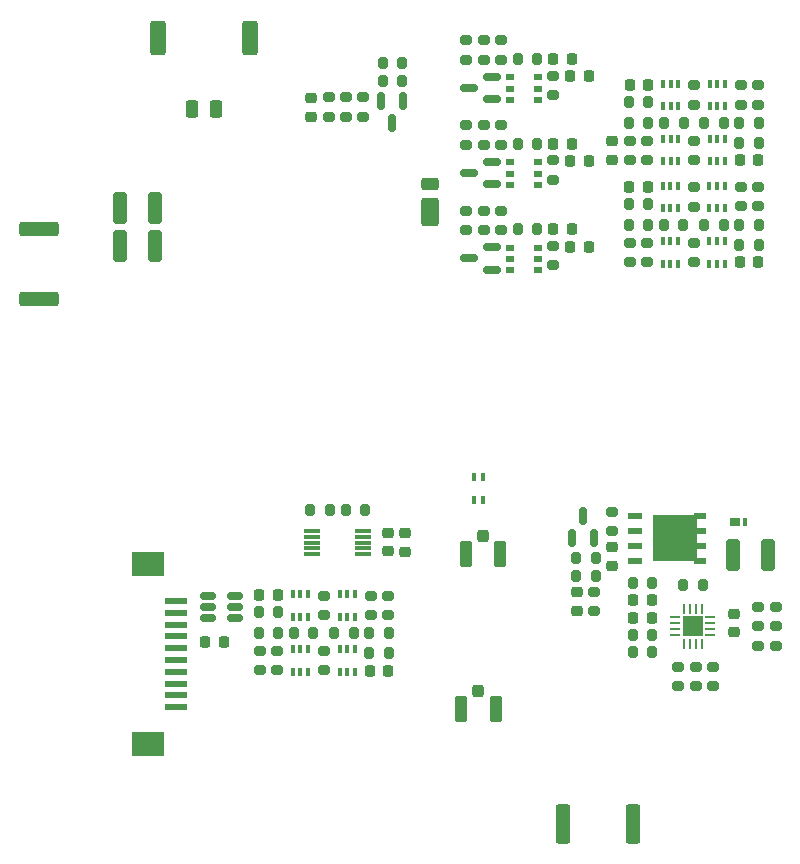
<source format=gbr>
%TF.GenerationSoftware,KiCad,Pcbnew,9.0.1*%
%TF.CreationDate,2025-06-25T17:25:53-04:00*%
%TF.ProjectId,-Z,2d5a2e6b-6963-4616-945f-706362585858,rev?*%
%TF.SameCoordinates,Original*%
%TF.FileFunction,Paste,Bot*%
%TF.FilePolarity,Positive*%
%FSLAX46Y46*%
G04 Gerber Fmt 4.6, Leading zero omitted, Abs format (unit mm)*
G04 Created by KiCad (PCBNEW 9.0.1) date 2025-06-25 17:25:53*
%MOMM*%
%LPD*%
G01*
G04 APERTURE LIST*
G04 Aperture macros list*
%AMRoundRect*
0 Rectangle with rounded corners*
0 $1 Rounding radius*
0 $2 $3 $4 $5 $6 $7 $8 $9 X,Y pos of 4 corners*
0 Add a 4 corners polygon primitive as box body*
4,1,4,$2,$3,$4,$5,$6,$7,$8,$9,$2,$3,0*
0 Add four circle primitives for the rounded corners*
1,1,$1+$1,$2,$3*
1,1,$1+$1,$4,$5*
1,1,$1+$1,$6,$7*
1,1,$1+$1,$8,$9*
0 Add four rect primitives between the rounded corners*
20,1,$1+$1,$2,$3,$4,$5,0*
20,1,$1+$1,$4,$5,$6,$7,0*
20,1,$1+$1,$6,$7,$8,$9,0*
20,1,$1+$1,$8,$9,$2,$3,0*%
G04 Aperture macros list end*
%ADD10RoundRect,0.225000X0.225000X0.250000X-0.225000X0.250000X-0.225000X-0.250000X0.225000X-0.250000X0*%
%ADD11RoundRect,0.200000X-0.275000X0.200000X-0.275000X-0.200000X0.275000X-0.200000X0.275000X0.200000X0*%
%ADD12R,0.700000X0.510000*%
%ADD13RoundRect,0.200000X0.275000X-0.200000X0.275000X0.200000X-0.275000X0.200000X-0.275000X-0.200000X0*%
%ADD14RoundRect,0.218750X-0.256250X0.218750X-0.256250X-0.218750X0.256250X-0.218750X0.256250X0.218750X0*%
%ADD15RoundRect,0.250000X-0.250000X0.275000X-0.250000X-0.275000X0.250000X-0.275000X0.250000X0.275000X0*%
%ADD16RoundRect,0.250000X-0.275000X0.850000X-0.275000X-0.850000X0.275000X-0.850000X0.275000X0.850000X0*%
%ADD17RoundRect,0.200000X0.200000X0.275000X-0.200000X0.275000X-0.200000X-0.275000X0.200000X-0.275000X0*%
%ADD18RoundRect,0.218750X-0.218750X-0.256250X0.218750X-0.256250X0.218750X0.256250X-0.218750X0.256250X0*%
%ADD19RoundRect,0.100000X0.100000X-0.225000X0.100000X0.225000X-0.100000X0.225000X-0.100000X-0.225000X0*%
%ADD20RoundRect,0.218750X0.218750X0.256250X-0.218750X0.256250X-0.218750X-0.256250X0.218750X-0.256250X0*%
%ADD21RoundRect,0.200000X-0.200000X-0.275000X0.200000X-0.275000X0.200000X0.275000X-0.200000X0.275000X0*%
%ADD22RoundRect,0.225000X0.250000X-0.225000X0.250000X0.225000X-0.250000X0.225000X-0.250000X-0.225000X0*%
%ADD23R,1.422400X0.304800*%
%ADD24RoundRect,0.100000X-0.100000X0.225000X-0.100000X-0.225000X0.100000X-0.225000X0.100000X0.225000X0*%
%ADD25RoundRect,0.250000X-0.300000X-0.475000X0.300000X-0.475000X0.300000X0.475000X-0.300000X0.475000X0*%
%ADD26RoundRect,0.250000X-0.425000X-1.200000X0.425000X-1.200000X0.425000X1.200000X-0.425000X1.200000X0*%
%ADD27RoundRect,0.218750X0.256250X-0.218750X0.256250X0.218750X-0.256250X0.218750X-0.256250X-0.218750X0*%
%ADD28RoundRect,0.150000X0.150000X-0.587500X0.150000X0.587500X-0.150000X0.587500X-0.150000X-0.587500X0*%
%ADD29RoundRect,0.225000X-0.225000X-0.250000X0.225000X-0.250000X0.225000X0.250000X-0.225000X0.250000X0*%
%ADD30RoundRect,0.225000X-0.250000X0.225000X-0.250000X-0.225000X0.250000X-0.225000X0.250000X0.225000X0*%
%ADD31R,1.900000X0.600000*%
%ADD32R,2.800000X2.100000*%
%ADD33RoundRect,0.250000X0.325000X1.100000X-0.325000X1.100000X-0.325000X-1.100000X0.325000X-1.100000X0*%
%ADD34RoundRect,0.250000X-1.425000X0.362500X-1.425000X-0.362500X1.425000X-0.362500X1.425000X0.362500X0*%
%ADD35RoundRect,0.250000X0.362500X1.425000X-0.362500X1.425000X-0.362500X-1.425000X0.362500X-1.425000X0*%
%ADD36RoundRect,0.150000X0.587500X0.150000X-0.587500X0.150000X-0.587500X-0.150000X0.587500X-0.150000X0*%
%ADD37R,1.270000X0.610000*%
%ADD38R,3.810000X3.910000*%
%ADD39R,1.020000X0.610000*%
%ADD40RoundRect,0.150000X-0.512500X-0.150000X0.512500X-0.150000X0.512500X0.150000X-0.512500X0.150000X0*%
%ADD41R,0.400000X0.750000*%
%ADD42RoundRect,0.250000X-0.325000X-1.100000X0.325000X-1.100000X0.325000X1.100000X-0.325000X1.100000X0*%
%ADD43RoundRect,0.150000X-0.150000X0.587500X-0.150000X-0.587500X0.150000X-0.587500X0.150000X0.587500X0*%
%ADD44RoundRect,0.075000X-0.390000X-0.275000X0.390000X-0.275000X0.390000X0.275000X-0.390000X0.275000X0*%
%ADD45RoundRect,0.075000X-0.075000X-0.275000X0.075000X-0.275000X0.075000X0.275000X-0.075000X0.275000X0*%
%ADD46R,0.254000X0.812800*%
%ADD47R,0.812800X0.254000*%
%ADD48R,1.752600X1.752600*%
%ADD49RoundRect,0.250000X-0.500000X0.950000X-0.500000X-0.950000X0.500000X-0.950000X0.500000X0.950000X0*%
%ADD50RoundRect,0.250000X-0.500000X0.275000X-0.500000X-0.275000X0.500000X-0.275000X0.500000X0.275000X0*%
G04 APERTURE END LIST*
D10*
%TO.C,C11*%
X147008600Y-117868399D03*
X145458600Y-117868399D03*
%TD*%
D11*
%TO.C,R68*%
X154894999Y-117907000D03*
X154894999Y-119557000D03*
%TD*%
D12*
%TO.C,Q11*%
X166700801Y-90358200D03*
X166700801Y-89408200D03*
X166700801Y-88458200D03*
X169020801Y-88458200D03*
X169020801Y-89408200D03*
X169020801Y-90358200D03*
%TD*%
D13*
%TO.C,R33*%
X162984001Y-86982000D03*
X162984001Y-85332000D03*
%TD*%
D14*
%TO.C,D6*%
X172339000Y-117625199D03*
X172339000Y-119200201D03*
%TD*%
D11*
%TO.C,R52*%
X187672802Y-83286800D03*
X187672802Y-84936800D03*
%TD*%
%TO.C,R25*%
X165930401Y-78092999D03*
X165930401Y-79742999D03*
%TD*%
D15*
%TO.C,J4*%
X164000001Y-125972599D03*
D16*
X165475001Y-127497599D03*
X162525001Y-127497599D03*
%TD*%
D17*
%TO.C,R75*%
X156416200Y-121068800D03*
X154766200Y-121068800D03*
%TD*%
D18*
%TO.C,F2*%
X170324500Y-72466400D03*
X171899502Y-72466400D03*
%TD*%
D19*
%TO.C,Q15*%
X180906000Y-85112600D03*
X180256000Y-85112599D03*
X179606000Y-85112600D03*
X179606000Y-83212600D03*
X180256000Y-83212601D03*
X180906000Y-83212600D03*
%TD*%
D17*
%TO.C,R51*%
X178735202Y-122707598D03*
X177085202Y-122707598D03*
%TD*%
D13*
%TO.C,R46*%
X189175400Y-122147802D03*
X189175400Y-120497802D03*
%TD*%
D11*
%TO.C,R66*%
X156353200Y-117906999D03*
X156353200Y-119556999D03*
%TD*%
D20*
%TO.C,D5*%
X173372701Y-88366800D03*
X171797699Y-88366800D03*
%TD*%
D13*
%TO.C,R20*%
X164457200Y-72554799D03*
X164457200Y-70904799D03*
%TD*%
D17*
%TO.C,R64*%
X151413800Y-110667999D03*
X149763800Y-110667999D03*
%TD*%
D13*
%TO.C,R47*%
X187702199Y-120497801D03*
X187702199Y-118847801D03*
%TD*%
D21*
%TO.C,R7*%
X176753601Y-76134200D03*
X178403601Y-76134200D03*
%TD*%
%TO.C,R6*%
X176753600Y-77861399D03*
X178403600Y-77861399D03*
%TD*%
D22*
%TO.C,C10*%
X156329201Y-114160800D03*
X156329201Y-112610800D03*
%TD*%
D23*
%TO.C,U4*%
X149941101Y-114411201D03*
X149941101Y-113911199D03*
X149941101Y-113411200D03*
X149941101Y-112911201D03*
X149941101Y-112411199D03*
X154233701Y-112411199D03*
X154233701Y-112911201D03*
X154233701Y-113411200D03*
X154233701Y-113911199D03*
X154233701Y-114411201D03*
%TD*%
D24*
%TO.C,Q21*%
X152248800Y-122455599D03*
X152898800Y-122455600D03*
X153548800Y-122455599D03*
X153548800Y-124355599D03*
X152898800Y-124355598D03*
X152248800Y-124355599D03*
%TD*%
D25*
%TO.C,J2*%
X139780800Y-76675398D03*
X141780800Y-76675398D03*
D26*
X136885800Y-70680399D03*
X144675800Y-70680399D03*
%TD*%
D12*
%TO.C,Q9*%
X166700801Y-83119200D03*
X166700801Y-82169200D03*
X166700801Y-81219200D03*
X169020801Y-81219200D03*
X169020801Y-82169200D03*
X169020801Y-83119200D03*
%TD*%
D13*
%TO.C,R15*%
X152798600Y-77380800D03*
X152798600Y-75730800D03*
%TD*%
%TO.C,R60*%
X178274801Y-89661200D03*
X178274801Y-88011200D03*
%TD*%
D27*
%TO.C,F1*%
X175353801Y-80985700D03*
X175353801Y-79410698D03*
%TD*%
D13*
%TO.C,R27*%
X162984001Y-79743000D03*
X162984001Y-78093000D03*
%TD*%
D28*
%TO.C,Q12*%
X173828701Y-113025600D03*
X171928701Y-113025600D03*
X172878701Y-111150600D03*
%TD*%
D20*
%TO.C,D3*%
X173347301Y-73939599D03*
X171772299Y-73939599D03*
%TD*%
D27*
%TO.C,D2*%
X149852200Y-77343300D03*
X149852200Y-75768298D03*
%TD*%
D11*
%TO.C,R37*%
X173812200Y-117589800D03*
X173812200Y-119239800D03*
%TD*%
D13*
%TO.C,R21*%
X162984001Y-72554800D03*
X162984001Y-70904800D03*
%TD*%
D10*
%TO.C,C2*%
X178353600Y-74661000D03*
X176803600Y-74661000D03*
%TD*%
D11*
%TO.C,R19*%
X165930401Y-70904799D03*
X165930401Y-72554799D03*
%TD*%
D27*
%TO.C,F6*%
X157802401Y-114173300D03*
X157802401Y-112598298D03*
%TD*%
D21*
%TO.C,R38*%
X172276000Y-116202900D03*
X173926000Y-116202900D03*
%TD*%
D19*
%TO.C,Q20*%
X149586399Y-124355599D03*
X148936399Y-124355598D03*
X148286399Y-124355599D03*
X148286399Y-122455599D03*
X148936399Y-122455600D03*
X149586399Y-122455599D03*
%TD*%
D18*
%TO.C,F4*%
X170324500Y-86893600D03*
X171899502Y-86893600D03*
%TD*%
D10*
%TO.C,C9*%
X178685199Y-119761200D03*
X177135199Y-119761200D03*
%TD*%
D29*
%TO.C,C7*%
X186135800Y-89699799D03*
X187685800Y-89699799D03*
%TD*%
D17*
%TO.C,R4*%
X181375400Y-77861399D03*
X179725400Y-77861399D03*
%TD*%
%TO.C,R18*%
X157535201Y-72847400D03*
X155885201Y-72847400D03*
%TD*%
D21*
%TO.C,R73*%
X151794400Y-121068799D03*
X153444400Y-121068799D03*
%TD*%
D17*
%TO.C,R67*%
X150040799Y-121068800D03*
X148390799Y-121068800D03*
%TD*%
D15*
%TO.C,J3*%
X164400001Y-112866200D03*
D16*
X165875001Y-114391200D03*
X162925001Y-114391200D03*
%TD*%
D19*
%TO.C,Q3*%
X180921001Y-81148200D03*
X180271001Y-81148199D03*
X179621001Y-81148200D03*
X179621001Y-79248200D03*
X180271001Y-79248201D03*
X180921001Y-79248200D03*
%TD*%
D30*
%TO.C,C5*%
X185670201Y-119468799D03*
X185670201Y-121018799D03*
%TD*%
D31*
%TO.C,J1*%
X138398801Y-127359990D03*
X138398801Y-126359990D03*
X138398801Y-125359990D03*
X138398801Y-124359990D03*
X138398801Y-123359991D03*
X138398801Y-122359991D03*
X138398801Y-121359990D03*
X138398801Y-120359990D03*
X138398801Y-119359990D03*
X138398801Y-118359990D03*
D32*
X136048801Y-130509990D03*
X136048801Y-115210010D03*
%TD*%
D18*
%TO.C,F3*%
X170324500Y-79654600D03*
X171899502Y-79654600D03*
%TD*%
D17*
%TO.C,R76*%
X156416199Y-122795999D03*
X154766199Y-122795999D03*
%TD*%
D21*
%TO.C,R28*%
X167315201Y-79654600D03*
X168965201Y-79654600D03*
%TD*%
%TO.C,R41*%
X181340000Y-116992601D03*
X182990000Y-116992601D03*
%TD*%
D13*
%TO.C,R71*%
X150917599Y-119556999D03*
X150917599Y-117906999D03*
%TD*%
D21*
%TO.C,R17*%
X155885201Y-74320600D03*
X157535201Y-74320600D03*
%TD*%
D19*
%TO.C,Q19*%
X149586399Y-119681999D03*
X148936399Y-119681998D03*
X148286399Y-119681999D03*
X148286399Y-117781999D03*
X148936399Y-117782000D03*
X149586399Y-117781999D03*
%TD*%
D10*
%TO.C,C6*%
X178338600Y-83299000D03*
X176788600Y-83299000D03*
%TD*%
D11*
%TO.C,R5*%
X186214600Y-74699599D03*
X186214600Y-76349599D03*
%TD*%
D33*
%TO.C,C14*%
X136646001Y-85115600D03*
X133695999Y-85115600D03*
%TD*%
D10*
%TO.C,C8*%
X178685202Y-118288003D03*
X177135202Y-118288003D03*
%TD*%
D21*
%TO.C,R65*%
X152761001Y-110668000D03*
X154411001Y-110668000D03*
%TD*%
D34*
%TO.C,R30*%
X126789000Y-86877500D03*
X126789000Y-92802500D03*
%TD*%
D11*
%TO.C,R3*%
X187687802Y-74699599D03*
X187687802Y-76349599D03*
%TD*%
D21*
%TO.C,R56*%
X176738600Y-84772199D03*
X178388600Y-84772199D03*
%TD*%
D13*
%TO.C,R9*%
X176816600Y-81023200D03*
X176816600Y-79373200D03*
%TD*%
D24*
%TO.C,Q1*%
X183583400Y-74574599D03*
X184233400Y-74574600D03*
X184883400Y-74574599D03*
X184883400Y-76474599D03*
X184233400Y-76474598D03*
X183583400Y-76474599D03*
%TD*%
D13*
%TO.C,R11*%
X178289801Y-81023200D03*
X178289801Y-79373200D03*
%TD*%
D17*
%TO.C,R13*%
X187750801Y-79603799D03*
X186100801Y-79603799D03*
%TD*%
D12*
%TO.C,Q7*%
X166700801Y-75931000D03*
X166700801Y-74981000D03*
X166700801Y-74031000D03*
X169020801Y-74031000D03*
X169020801Y-74981000D03*
X169020801Y-75931000D03*
%TD*%
D20*
%TO.C,D4*%
X173347301Y-81127799D03*
X171772299Y-81127799D03*
%TD*%
D24*
%TO.C,Q18*%
X152248800Y-117781999D03*
X152898800Y-117782000D03*
X153548800Y-117781999D03*
X153548800Y-119681999D03*
X152898800Y-119681998D03*
X152248800Y-119681999D03*
%TD*%
D35*
%TO.C,R24*%
X177122501Y-137211000D03*
X171197501Y-137211000D03*
%TD*%
D13*
%TO.C,R8*%
X182252200Y-76349599D03*
X182252200Y-74699599D03*
%TD*%
D11*
%TO.C,R31*%
X165930401Y-85331999D03*
X165930401Y-86981999D03*
%TD*%
D24*
%TO.C,Q17*%
X183568400Y-87886199D03*
X184218400Y-87886200D03*
X184868400Y-87886199D03*
X184868400Y-89786199D03*
X184218400Y-89786198D03*
X183568400Y-89786199D03*
%TD*%
D13*
%TO.C,R48*%
X187702201Y-122147802D03*
X187702201Y-120497802D03*
%TD*%
%TO.C,R29*%
X170350000Y-82689400D03*
X170350000Y-81039400D03*
%TD*%
%TO.C,R32*%
X164457200Y-86981999D03*
X164457200Y-85331999D03*
%TD*%
D21*
%TO.C,R22*%
X167315201Y-72466400D03*
X168965201Y-72466400D03*
%TD*%
D11*
%TO.C,R16*%
X154271800Y-75730799D03*
X154271800Y-77380799D03*
%TD*%
%TO.C,R40*%
X175308400Y-110791599D03*
X175308400Y-112441599D03*
%TD*%
%TO.C,R14*%
X182252201Y-79373200D03*
X182252201Y-81023200D03*
%TD*%
D36*
%TO.C,Q8*%
X165115300Y-81168399D03*
X165115300Y-83068399D03*
X163240300Y-82118399D03*
%TD*%
D37*
%TO.C,Q13*%
X177298400Y-114960600D03*
X177298401Y-113690600D03*
X177298401Y-112420600D03*
X177298400Y-111150600D03*
D38*
X180658401Y-113055600D03*
D39*
X182763401Y-111150600D03*
X182763401Y-112420600D03*
X182763401Y-113690600D03*
X182763401Y-114960600D03*
%TD*%
D11*
%TO.C,R63*%
X182237201Y-88011200D03*
X182237201Y-89661200D03*
%TD*%
D13*
%TO.C,R44*%
X183892202Y-125590000D03*
X183892202Y-123940000D03*
%TD*%
D36*
%TO.C,Q10*%
X165115300Y-88407399D03*
X165115300Y-90307399D03*
X163240300Y-89357399D03*
%TD*%
D40*
%TO.C,U5*%
X141114601Y-119796799D03*
X141114601Y-118846800D03*
X141114601Y-117896801D03*
X143389601Y-117896801D03*
X143389601Y-118846800D03*
X143389601Y-119796799D03*
%TD*%
D33*
%TO.C,C15*%
X136646002Y-88324199D03*
X133696000Y-88324199D03*
%TD*%
D13*
%TO.C,R78*%
X151325401Y-77380799D03*
X151325401Y-75730799D03*
%TD*%
D24*
%TO.C,Q14*%
X183568400Y-83212600D03*
X184218400Y-83212601D03*
X184868400Y-83212600D03*
X184868400Y-85112600D03*
X184218400Y-85112599D03*
X183568400Y-85112600D03*
%TD*%
D13*
%TO.C,R23*%
X170350000Y-75526599D03*
X170350000Y-73876599D03*
%TD*%
D17*
%TO.C,R61*%
X187735800Y-86499400D03*
X186085800Y-86499400D03*
%TD*%
D41*
%TO.C,BA1*%
X164400001Y-109835399D03*
X163600001Y-109835399D03*
X163600001Y-107885399D03*
X164400001Y-107885399D03*
%TD*%
D42*
%TO.C,C4*%
X185557767Y-114470275D03*
X188507769Y-114470275D03*
%TD*%
D14*
%TO.C,F5*%
X175308401Y-113800899D03*
X175308401Y-115375901D03*
%TD*%
D13*
%TO.C,R57*%
X182237200Y-84987600D03*
X182237200Y-83337600D03*
%TD*%
D21*
%TO.C,R50*%
X177085199Y-121234400D03*
X178735199Y-121234400D03*
%TD*%
%TO.C,R69*%
X145419000Y-121068799D03*
X147069000Y-121068799D03*
%TD*%
%TO.C,R34*%
X167315201Y-86893600D03*
X168965201Y-86893600D03*
%TD*%
D17*
%TO.C,R39*%
X173932303Y-114729701D03*
X172282303Y-114729701D03*
%TD*%
D43*
%TO.C,Q5*%
X155760201Y-76050099D03*
X157660201Y-76050099D03*
X156710201Y-77925099D03*
%TD*%
D24*
%TO.C,Q4*%
X183583401Y-79248200D03*
X184233401Y-79248201D03*
X184883401Y-79248200D03*
X184883401Y-81148200D03*
X184233401Y-81148199D03*
X183583401Y-81148200D03*
%TD*%
D19*
%TO.C,Q16*%
X180906001Y-89786200D03*
X180256001Y-89786199D03*
X179606001Y-89786200D03*
X179606001Y-87886200D03*
X180256001Y-87886201D03*
X180906001Y-87886200D03*
%TD*%
D13*
%TO.C,R45*%
X189175398Y-120497801D03*
X189175398Y-118847801D03*
%TD*%
%TO.C,R72*%
X145482000Y-124230600D03*
X145482000Y-122580600D03*
%TD*%
D21*
%TO.C,R70*%
X145408600Y-119331400D03*
X147058600Y-119331400D03*
%TD*%
D17*
%TO.C,R49*%
X178735199Y-116814802D03*
X177085199Y-116814802D03*
%TD*%
D13*
%TO.C,R74*%
X146955200Y-124230600D03*
X146955200Y-122580600D03*
%TD*%
D19*
%TO.C,Q2*%
X180921001Y-76474600D03*
X180271001Y-76474599D03*
X179621001Y-76474600D03*
X179621001Y-74574600D03*
X180271001Y-74574601D03*
X180921001Y-74574600D03*
%TD*%
D29*
%TO.C,C12*%
X154816199Y-124269200D03*
X156366199Y-124269200D03*
%TD*%
D17*
%TO.C,R62*%
X187735800Y-88226599D03*
X186085800Y-88226599D03*
%TD*%
D21*
%TO.C,R59*%
X183114000Y-86499400D03*
X184764000Y-86499400D03*
%TD*%
D29*
%TO.C,C3*%
X186150800Y-81061799D03*
X187700800Y-81061799D03*
%TD*%
D11*
%TO.C,R42*%
X180945800Y-123940002D03*
X180945800Y-125590002D03*
%TD*%
D13*
%TO.C,R26*%
X164457200Y-79742999D03*
X164457200Y-78092999D03*
%TD*%
D21*
%TO.C,R55*%
X176738600Y-86499399D03*
X178388600Y-86499399D03*
%TD*%
D36*
%TO.C,Q6*%
X165115300Y-73980199D03*
X165115300Y-75880199D03*
X163240300Y-74930199D03*
%TD*%
D13*
%TO.C,R58*%
X176801600Y-89661200D03*
X176801600Y-88011200D03*
%TD*%
%TO.C,R43*%
X182419001Y-125590000D03*
X182419001Y-123940000D03*
%TD*%
D44*
%TO.C,D7*%
X185706369Y-111676275D03*
D45*
X186591368Y-111676275D03*
%TD*%
D11*
%TO.C,R77*%
X150917599Y-122580599D03*
X150917599Y-124230599D03*
%TD*%
D46*
%TO.C,U3*%
X181414999Y-119024599D03*
X181915000Y-119024599D03*
X182415000Y-119024599D03*
X182915001Y-119024599D03*
D47*
X183638200Y-119747798D03*
X183638200Y-120247799D03*
X183638200Y-120747799D03*
X183638200Y-121247800D03*
D46*
X182915001Y-121970999D03*
X182415000Y-121970999D03*
X181915000Y-121970999D03*
X181414999Y-121970999D03*
D47*
X180691800Y-121247800D03*
X180691800Y-120747799D03*
X180691800Y-120247799D03*
X180691800Y-119747798D03*
D48*
X182165000Y-120497799D03*
%TD*%
D29*
%TO.C,C13*%
X140873001Y-121869400D03*
X142423001Y-121869400D03*
%TD*%
D17*
%TO.C,R53*%
X181360401Y-86499399D03*
X179710401Y-86499399D03*
%TD*%
D11*
%TO.C,R54*%
X186199600Y-83286800D03*
X186199600Y-84936800D03*
%TD*%
D13*
%TO.C,R35*%
X170350001Y-89941600D03*
X170350001Y-88291600D03*
%TD*%
D49*
%TO.C,D1*%
X159910601Y-85457600D03*
D50*
X159910601Y-83082600D03*
%TD*%
D21*
%TO.C,R10*%
X183129000Y-77861400D03*
X184779000Y-77861400D03*
%TD*%
D17*
%TO.C,R12*%
X187750800Y-77861400D03*
X186100800Y-77861400D03*
%TD*%
M02*

</source>
